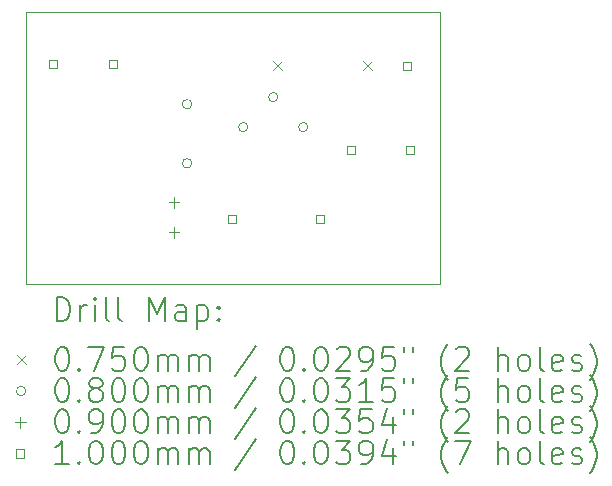
<source format=gbr>
%TF.GenerationSoftware,KiCad,Pcbnew,7.0.9*%
%TF.CreationDate,2023-11-29T13:30:09+01:00*%
%TF.ProjectId,Wzmacniacz r__nicowy do PW3015 ver.3,577a6d61-636e-4696-9163-7a2072f37c6e,rev?*%
%TF.SameCoordinates,Original*%
%TF.FileFunction,Drillmap*%
%TF.FilePolarity,Positive*%
%FSLAX45Y45*%
G04 Gerber Fmt 4.5, Leading zero omitted, Abs format (unit mm)*
G04 Created by KiCad (PCBNEW 7.0.9) date 2023-11-29 13:30:09*
%MOMM*%
%LPD*%
G01*
G04 APERTURE LIST*
%ADD10C,0.100000*%
%ADD11C,0.200000*%
G04 APERTURE END LIST*
D10*
X16400000Y-9000000D02*
X19900000Y-9000000D01*
X19900000Y-11300000D01*
X16400000Y-11300000D01*
X16400000Y-9000000D01*
D11*
D10*
X18491000Y-9412500D02*
X18566000Y-9487500D01*
X18566000Y-9412500D02*
X18491000Y-9487500D01*
X19253000Y-9412500D02*
X19328000Y-9487500D01*
X19328000Y-9412500D02*
X19253000Y-9487500D01*
X17800000Y-9780000D02*
G75*
G03*
X17800000Y-9780000I-40000J0D01*
G01*
X17800000Y-10280000D02*
G75*
G03*
X17800000Y-10280000I-40000J0D01*
G01*
X18276000Y-9974000D02*
G75*
G03*
X18276000Y-9974000I-40000J0D01*
G01*
X18530000Y-9720000D02*
G75*
G03*
X18530000Y-9720000I-40000J0D01*
G01*
X18784000Y-9974000D02*
G75*
G03*
X18784000Y-9974000I-40000J0D01*
G01*
X17650000Y-10565000D02*
X17650000Y-10655000D01*
X17605000Y-10610000D02*
X17695000Y-10610000D01*
X17650000Y-10819000D02*
X17650000Y-10909000D01*
X17605000Y-10864000D02*
X17695000Y-10864000D01*
X16662856Y-9472856D02*
X16662856Y-9402144D01*
X16592144Y-9402144D01*
X16592144Y-9472856D01*
X16662856Y-9472856D01*
X17170856Y-9472856D02*
X17170856Y-9402144D01*
X17100144Y-9402144D01*
X17100144Y-9472856D01*
X17170856Y-9472856D01*
X18173588Y-10785356D02*
X18173588Y-10714644D01*
X18102877Y-10714644D01*
X18102877Y-10785356D01*
X18173588Y-10785356D01*
X18923588Y-10785356D02*
X18923588Y-10714644D01*
X18852877Y-10714644D01*
X18852877Y-10785356D01*
X18923588Y-10785356D01*
X19185356Y-10205356D02*
X19185356Y-10134644D01*
X19114644Y-10134644D01*
X19114644Y-10205356D01*
X19185356Y-10205356D01*
X19655356Y-9492856D02*
X19655356Y-9422144D01*
X19584644Y-9422144D01*
X19584644Y-9492856D01*
X19655356Y-9492856D01*
X19685356Y-10205356D02*
X19685356Y-10134644D01*
X19614644Y-10134644D01*
X19614644Y-10205356D01*
X19685356Y-10205356D01*
D11*
X16655777Y-11616484D02*
X16655777Y-11416484D01*
X16655777Y-11416484D02*
X16703396Y-11416484D01*
X16703396Y-11416484D02*
X16731967Y-11426008D01*
X16731967Y-11426008D02*
X16751015Y-11445055D01*
X16751015Y-11445055D02*
X16760539Y-11464103D01*
X16760539Y-11464103D02*
X16770062Y-11502198D01*
X16770062Y-11502198D02*
X16770062Y-11530769D01*
X16770062Y-11530769D02*
X16760539Y-11568865D01*
X16760539Y-11568865D02*
X16751015Y-11587912D01*
X16751015Y-11587912D02*
X16731967Y-11606960D01*
X16731967Y-11606960D02*
X16703396Y-11616484D01*
X16703396Y-11616484D02*
X16655777Y-11616484D01*
X16855777Y-11616484D02*
X16855777Y-11483150D01*
X16855777Y-11521246D02*
X16865301Y-11502198D01*
X16865301Y-11502198D02*
X16874824Y-11492674D01*
X16874824Y-11492674D02*
X16893872Y-11483150D01*
X16893872Y-11483150D02*
X16912920Y-11483150D01*
X16979586Y-11616484D02*
X16979586Y-11483150D01*
X16979586Y-11416484D02*
X16970063Y-11426008D01*
X16970063Y-11426008D02*
X16979586Y-11435531D01*
X16979586Y-11435531D02*
X16989110Y-11426008D01*
X16989110Y-11426008D02*
X16979586Y-11416484D01*
X16979586Y-11416484D02*
X16979586Y-11435531D01*
X17103396Y-11616484D02*
X17084348Y-11606960D01*
X17084348Y-11606960D02*
X17074824Y-11587912D01*
X17074824Y-11587912D02*
X17074824Y-11416484D01*
X17208158Y-11616484D02*
X17189110Y-11606960D01*
X17189110Y-11606960D02*
X17179586Y-11587912D01*
X17179586Y-11587912D02*
X17179586Y-11416484D01*
X17436729Y-11616484D02*
X17436729Y-11416484D01*
X17436729Y-11416484D02*
X17503396Y-11559341D01*
X17503396Y-11559341D02*
X17570063Y-11416484D01*
X17570063Y-11416484D02*
X17570063Y-11616484D01*
X17751015Y-11616484D02*
X17751015Y-11511722D01*
X17751015Y-11511722D02*
X17741491Y-11492674D01*
X17741491Y-11492674D02*
X17722444Y-11483150D01*
X17722444Y-11483150D02*
X17684348Y-11483150D01*
X17684348Y-11483150D02*
X17665301Y-11492674D01*
X17751015Y-11606960D02*
X17731967Y-11616484D01*
X17731967Y-11616484D02*
X17684348Y-11616484D01*
X17684348Y-11616484D02*
X17665301Y-11606960D01*
X17665301Y-11606960D02*
X17655777Y-11587912D01*
X17655777Y-11587912D02*
X17655777Y-11568865D01*
X17655777Y-11568865D02*
X17665301Y-11549817D01*
X17665301Y-11549817D02*
X17684348Y-11540293D01*
X17684348Y-11540293D02*
X17731967Y-11540293D01*
X17731967Y-11540293D02*
X17751015Y-11530769D01*
X17846253Y-11483150D02*
X17846253Y-11683150D01*
X17846253Y-11492674D02*
X17865301Y-11483150D01*
X17865301Y-11483150D02*
X17903396Y-11483150D01*
X17903396Y-11483150D02*
X17922444Y-11492674D01*
X17922444Y-11492674D02*
X17931967Y-11502198D01*
X17931967Y-11502198D02*
X17941491Y-11521246D01*
X17941491Y-11521246D02*
X17941491Y-11578388D01*
X17941491Y-11578388D02*
X17931967Y-11597436D01*
X17931967Y-11597436D02*
X17922444Y-11606960D01*
X17922444Y-11606960D02*
X17903396Y-11616484D01*
X17903396Y-11616484D02*
X17865301Y-11616484D01*
X17865301Y-11616484D02*
X17846253Y-11606960D01*
X18027205Y-11597436D02*
X18036729Y-11606960D01*
X18036729Y-11606960D02*
X18027205Y-11616484D01*
X18027205Y-11616484D02*
X18017682Y-11606960D01*
X18017682Y-11606960D02*
X18027205Y-11597436D01*
X18027205Y-11597436D02*
X18027205Y-11616484D01*
X18027205Y-11492674D02*
X18036729Y-11502198D01*
X18036729Y-11502198D02*
X18027205Y-11511722D01*
X18027205Y-11511722D02*
X18017682Y-11502198D01*
X18017682Y-11502198D02*
X18027205Y-11492674D01*
X18027205Y-11492674D02*
X18027205Y-11511722D01*
D10*
X16320000Y-11907500D02*
X16395000Y-11982500D01*
X16395000Y-11907500D02*
X16320000Y-11982500D01*
D11*
X16693872Y-11836484D02*
X16712920Y-11836484D01*
X16712920Y-11836484D02*
X16731967Y-11846008D01*
X16731967Y-11846008D02*
X16741491Y-11855531D01*
X16741491Y-11855531D02*
X16751015Y-11874579D01*
X16751015Y-11874579D02*
X16760539Y-11912674D01*
X16760539Y-11912674D02*
X16760539Y-11960293D01*
X16760539Y-11960293D02*
X16751015Y-11998388D01*
X16751015Y-11998388D02*
X16741491Y-12017436D01*
X16741491Y-12017436D02*
X16731967Y-12026960D01*
X16731967Y-12026960D02*
X16712920Y-12036484D01*
X16712920Y-12036484D02*
X16693872Y-12036484D01*
X16693872Y-12036484D02*
X16674824Y-12026960D01*
X16674824Y-12026960D02*
X16665301Y-12017436D01*
X16665301Y-12017436D02*
X16655777Y-11998388D01*
X16655777Y-11998388D02*
X16646253Y-11960293D01*
X16646253Y-11960293D02*
X16646253Y-11912674D01*
X16646253Y-11912674D02*
X16655777Y-11874579D01*
X16655777Y-11874579D02*
X16665301Y-11855531D01*
X16665301Y-11855531D02*
X16674824Y-11846008D01*
X16674824Y-11846008D02*
X16693872Y-11836484D01*
X16846253Y-12017436D02*
X16855777Y-12026960D01*
X16855777Y-12026960D02*
X16846253Y-12036484D01*
X16846253Y-12036484D02*
X16836729Y-12026960D01*
X16836729Y-12026960D02*
X16846253Y-12017436D01*
X16846253Y-12017436D02*
X16846253Y-12036484D01*
X16922444Y-11836484D02*
X17055777Y-11836484D01*
X17055777Y-11836484D02*
X16970063Y-12036484D01*
X17227205Y-11836484D02*
X17131967Y-11836484D01*
X17131967Y-11836484D02*
X17122444Y-11931722D01*
X17122444Y-11931722D02*
X17131967Y-11922198D01*
X17131967Y-11922198D02*
X17151015Y-11912674D01*
X17151015Y-11912674D02*
X17198634Y-11912674D01*
X17198634Y-11912674D02*
X17217682Y-11922198D01*
X17217682Y-11922198D02*
X17227205Y-11931722D01*
X17227205Y-11931722D02*
X17236729Y-11950769D01*
X17236729Y-11950769D02*
X17236729Y-11998388D01*
X17236729Y-11998388D02*
X17227205Y-12017436D01*
X17227205Y-12017436D02*
X17217682Y-12026960D01*
X17217682Y-12026960D02*
X17198634Y-12036484D01*
X17198634Y-12036484D02*
X17151015Y-12036484D01*
X17151015Y-12036484D02*
X17131967Y-12026960D01*
X17131967Y-12026960D02*
X17122444Y-12017436D01*
X17360539Y-11836484D02*
X17379586Y-11836484D01*
X17379586Y-11836484D02*
X17398634Y-11846008D01*
X17398634Y-11846008D02*
X17408158Y-11855531D01*
X17408158Y-11855531D02*
X17417682Y-11874579D01*
X17417682Y-11874579D02*
X17427205Y-11912674D01*
X17427205Y-11912674D02*
X17427205Y-11960293D01*
X17427205Y-11960293D02*
X17417682Y-11998388D01*
X17417682Y-11998388D02*
X17408158Y-12017436D01*
X17408158Y-12017436D02*
X17398634Y-12026960D01*
X17398634Y-12026960D02*
X17379586Y-12036484D01*
X17379586Y-12036484D02*
X17360539Y-12036484D01*
X17360539Y-12036484D02*
X17341491Y-12026960D01*
X17341491Y-12026960D02*
X17331967Y-12017436D01*
X17331967Y-12017436D02*
X17322444Y-11998388D01*
X17322444Y-11998388D02*
X17312920Y-11960293D01*
X17312920Y-11960293D02*
X17312920Y-11912674D01*
X17312920Y-11912674D02*
X17322444Y-11874579D01*
X17322444Y-11874579D02*
X17331967Y-11855531D01*
X17331967Y-11855531D02*
X17341491Y-11846008D01*
X17341491Y-11846008D02*
X17360539Y-11836484D01*
X17512920Y-12036484D02*
X17512920Y-11903150D01*
X17512920Y-11922198D02*
X17522444Y-11912674D01*
X17522444Y-11912674D02*
X17541491Y-11903150D01*
X17541491Y-11903150D02*
X17570063Y-11903150D01*
X17570063Y-11903150D02*
X17589110Y-11912674D01*
X17589110Y-11912674D02*
X17598634Y-11931722D01*
X17598634Y-11931722D02*
X17598634Y-12036484D01*
X17598634Y-11931722D02*
X17608158Y-11912674D01*
X17608158Y-11912674D02*
X17627205Y-11903150D01*
X17627205Y-11903150D02*
X17655777Y-11903150D01*
X17655777Y-11903150D02*
X17674825Y-11912674D01*
X17674825Y-11912674D02*
X17684348Y-11931722D01*
X17684348Y-11931722D02*
X17684348Y-12036484D01*
X17779586Y-12036484D02*
X17779586Y-11903150D01*
X17779586Y-11922198D02*
X17789110Y-11912674D01*
X17789110Y-11912674D02*
X17808158Y-11903150D01*
X17808158Y-11903150D02*
X17836729Y-11903150D01*
X17836729Y-11903150D02*
X17855777Y-11912674D01*
X17855777Y-11912674D02*
X17865301Y-11931722D01*
X17865301Y-11931722D02*
X17865301Y-12036484D01*
X17865301Y-11931722D02*
X17874825Y-11912674D01*
X17874825Y-11912674D02*
X17893872Y-11903150D01*
X17893872Y-11903150D02*
X17922444Y-11903150D01*
X17922444Y-11903150D02*
X17941491Y-11912674D01*
X17941491Y-11912674D02*
X17951015Y-11931722D01*
X17951015Y-11931722D02*
X17951015Y-12036484D01*
X18341491Y-11826960D02*
X18170063Y-12084103D01*
X18598634Y-11836484D02*
X18617682Y-11836484D01*
X18617682Y-11836484D02*
X18636729Y-11846008D01*
X18636729Y-11846008D02*
X18646253Y-11855531D01*
X18646253Y-11855531D02*
X18655777Y-11874579D01*
X18655777Y-11874579D02*
X18665301Y-11912674D01*
X18665301Y-11912674D02*
X18665301Y-11960293D01*
X18665301Y-11960293D02*
X18655777Y-11998388D01*
X18655777Y-11998388D02*
X18646253Y-12017436D01*
X18646253Y-12017436D02*
X18636729Y-12026960D01*
X18636729Y-12026960D02*
X18617682Y-12036484D01*
X18617682Y-12036484D02*
X18598634Y-12036484D01*
X18598634Y-12036484D02*
X18579587Y-12026960D01*
X18579587Y-12026960D02*
X18570063Y-12017436D01*
X18570063Y-12017436D02*
X18560539Y-11998388D01*
X18560539Y-11998388D02*
X18551015Y-11960293D01*
X18551015Y-11960293D02*
X18551015Y-11912674D01*
X18551015Y-11912674D02*
X18560539Y-11874579D01*
X18560539Y-11874579D02*
X18570063Y-11855531D01*
X18570063Y-11855531D02*
X18579587Y-11846008D01*
X18579587Y-11846008D02*
X18598634Y-11836484D01*
X18751015Y-12017436D02*
X18760539Y-12026960D01*
X18760539Y-12026960D02*
X18751015Y-12036484D01*
X18751015Y-12036484D02*
X18741491Y-12026960D01*
X18741491Y-12026960D02*
X18751015Y-12017436D01*
X18751015Y-12017436D02*
X18751015Y-12036484D01*
X18884348Y-11836484D02*
X18903396Y-11836484D01*
X18903396Y-11836484D02*
X18922444Y-11846008D01*
X18922444Y-11846008D02*
X18931968Y-11855531D01*
X18931968Y-11855531D02*
X18941491Y-11874579D01*
X18941491Y-11874579D02*
X18951015Y-11912674D01*
X18951015Y-11912674D02*
X18951015Y-11960293D01*
X18951015Y-11960293D02*
X18941491Y-11998388D01*
X18941491Y-11998388D02*
X18931968Y-12017436D01*
X18931968Y-12017436D02*
X18922444Y-12026960D01*
X18922444Y-12026960D02*
X18903396Y-12036484D01*
X18903396Y-12036484D02*
X18884348Y-12036484D01*
X18884348Y-12036484D02*
X18865301Y-12026960D01*
X18865301Y-12026960D02*
X18855777Y-12017436D01*
X18855777Y-12017436D02*
X18846253Y-11998388D01*
X18846253Y-11998388D02*
X18836729Y-11960293D01*
X18836729Y-11960293D02*
X18836729Y-11912674D01*
X18836729Y-11912674D02*
X18846253Y-11874579D01*
X18846253Y-11874579D02*
X18855777Y-11855531D01*
X18855777Y-11855531D02*
X18865301Y-11846008D01*
X18865301Y-11846008D02*
X18884348Y-11836484D01*
X19027206Y-11855531D02*
X19036729Y-11846008D01*
X19036729Y-11846008D02*
X19055777Y-11836484D01*
X19055777Y-11836484D02*
X19103396Y-11836484D01*
X19103396Y-11836484D02*
X19122444Y-11846008D01*
X19122444Y-11846008D02*
X19131968Y-11855531D01*
X19131968Y-11855531D02*
X19141491Y-11874579D01*
X19141491Y-11874579D02*
X19141491Y-11893627D01*
X19141491Y-11893627D02*
X19131968Y-11922198D01*
X19131968Y-11922198D02*
X19017682Y-12036484D01*
X19017682Y-12036484D02*
X19141491Y-12036484D01*
X19236729Y-12036484D02*
X19274825Y-12036484D01*
X19274825Y-12036484D02*
X19293872Y-12026960D01*
X19293872Y-12026960D02*
X19303396Y-12017436D01*
X19303396Y-12017436D02*
X19322444Y-11988865D01*
X19322444Y-11988865D02*
X19331968Y-11950769D01*
X19331968Y-11950769D02*
X19331968Y-11874579D01*
X19331968Y-11874579D02*
X19322444Y-11855531D01*
X19322444Y-11855531D02*
X19312920Y-11846008D01*
X19312920Y-11846008D02*
X19293872Y-11836484D01*
X19293872Y-11836484D02*
X19255777Y-11836484D01*
X19255777Y-11836484D02*
X19236729Y-11846008D01*
X19236729Y-11846008D02*
X19227206Y-11855531D01*
X19227206Y-11855531D02*
X19217682Y-11874579D01*
X19217682Y-11874579D02*
X19217682Y-11922198D01*
X19217682Y-11922198D02*
X19227206Y-11941246D01*
X19227206Y-11941246D02*
X19236729Y-11950769D01*
X19236729Y-11950769D02*
X19255777Y-11960293D01*
X19255777Y-11960293D02*
X19293872Y-11960293D01*
X19293872Y-11960293D02*
X19312920Y-11950769D01*
X19312920Y-11950769D02*
X19322444Y-11941246D01*
X19322444Y-11941246D02*
X19331968Y-11922198D01*
X19512920Y-11836484D02*
X19417682Y-11836484D01*
X19417682Y-11836484D02*
X19408158Y-11931722D01*
X19408158Y-11931722D02*
X19417682Y-11922198D01*
X19417682Y-11922198D02*
X19436729Y-11912674D01*
X19436729Y-11912674D02*
X19484349Y-11912674D01*
X19484349Y-11912674D02*
X19503396Y-11922198D01*
X19503396Y-11922198D02*
X19512920Y-11931722D01*
X19512920Y-11931722D02*
X19522444Y-11950769D01*
X19522444Y-11950769D02*
X19522444Y-11998388D01*
X19522444Y-11998388D02*
X19512920Y-12017436D01*
X19512920Y-12017436D02*
X19503396Y-12026960D01*
X19503396Y-12026960D02*
X19484349Y-12036484D01*
X19484349Y-12036484D02*
X19436729Y-12036484D01*
X19436729Y-12036484D02*
X19417682Y-12026960D01*
X19417682Y-12026960D02*
X19408158Y-12017436D01*
X19598634Y-11836484D02*
X19598634Y-11874579D01*
X19674825Y-11836484D02*
X19674825Y-11874579D01*
X19970063Y-12112674D02*
X19960539Y-12103150D01*
X19960539Y-12103150D02*
X19941491Y-12074579D01*
X19941491Y-12074579D02*
X19931968Y-12055531D01*
X19931968Y-12055531D02*
X19922444Y-12026960D01*
X19922444Y-12026960D02*
X19912920Y-11979341D01*
X19912920Y-11979341D02*
X19912920Y-11941246D01*
X19912920Y-11941246D02*
X19922444Y-11893627D01*
X19922444Y-11893627D02*
X19931968Y-11865055D01*
X19931968Y-11865055D02*
X19941491Y-11846008D01*
X19941491Y-11846008D02*
X19960539Y-11817436D01*
X19960539Y-11817436D02*
X19970063Y-11807912D01*
X20036730Y-11855531D02*
X20046253Y-11846008D01*
X20046253Y-11846008D02*
X20065301Y-11836484D01*
X20065301Y-11836484D02*
X20112920Y-11836484D01*
X20112920Y-11836484D02*
X20131968Y-11846008D01*
X20131968Y-11846008D02*
X20141491Y-11855531D01*
X20141491Y-11855531D02*
X20151015Y-11874579D01*
X20151015Y-11874579D02*
X20151015Y-11893627D01*
X20151015Y-11893627D02*
X20141491Y-11922198D01*
X20141491Y-11922198D02*
X20027206Y-12036484D01*
X20027206Y-12036484D02*
X20151015Y-12036484D01*
X20389111Y-12036484D02*
X20389111Y-11836484D01*
X20474825Y-12036484D02*
X20474825Y-11931722D01*
X20474825Y-11931722D02*
X20465301Y-11912674D01*
X20465301Y-11912674D02*
X20446253Y-11903150D01*
X20446253Y-11903150D02*
X20417682Y-11903150D01*
X20417682Y-11903150D02*
X20398634Y-11912674D01*
X20398634Y-11912674D02*
X20389111Y-11922198D01*
X20598634Y-12036484D02*
X20579587Y-12026960D01*
X20579587Y-12026960D02*
X20570063Y-12017436D01*
X20570063Y-12017436D02*
X20560539Y-11998388D01*
X20560539Y-11998388D02*
X20560539Y-11941246D01*
X20560539Y-11941246D02*
X20570063Y-11922198D01*
X20570063Y-11922198D02*
X20579587Y-11912674D01*
X20579587Y-11912674D02*
X20598634Y-11903150D01*
X20598634Y-11903150D02*
X20627206Y-11903150D01*
X20627206Y-11903150D02*
X20646253Y-11912674D01*
X20646253Y-11912674D02*
X20655777Y-11922198D01*
X20655777Y-11922198D02*
X20665301Y-11941246D01*
X20665301Y-11941246D02*
X20665301Y-11998388D01*
X20665301Y-11998388D02*
X20655777Y-12017436D01*
X20655777Y-12017436D02*
X20646253Y-12026960D01*
X20646253Y-12026960D02*
X20627206Y-12036484D01*
X20627206Y-12036484D02*
X20598634Y-12036484D01*
X20779587Y-12036484D02*
X20760539Y-12026960D01*
X20760539Y-12026960D02*
X20751015Y-12007912D01*
X20751015Y-12007912D02*
X20751015Y-11836484D01*
X20931968Y-12026960D02*
X20912920Y-12036484D01*
X20912920Y-12036484D02*
X20874825Y-12036484D01*
X20874825Y-12036484D02*
X20855777Y-12026960D01*
X20855777Y-12026960D02*
X20846253Y-12007912D01*
X20846253Y-12007912D02*
X20846253Y-11931722D01*
X20846253Y-11931722D02*
X20855777Y-11912674D01*
X20855777Y-11912674D02*
X20874825Y-11903150D01*
X20874825Y-11903150D02*
X20912920Y-11903150D01*
X20912920Y-11903150D02*
X20931968Y-11912674D01*
X20931968Y-11912674D02*
X20941492Y-11931722D01*
X20941492Y-11931722D02*
X20941492Y-11950769D01*
X20941492Y-11950769D02*
X20846253Y-11969817D01*
X21017682Y-12026960D02*
X21036730Y-12036484D01*
X21036730Y-12036484D02*
X21074825Y-12036484D01*
X21074825Y-12036484D02*
X21093873Y-12026960D01*
X21093873Y-12026960D02*
X21103396Y-12007912D01*
X21103396Y-12007912D02*
X21103396Y-11998388D01*
X21103396Y-11998388D02*
X21093873Y-11979341D01*
X21093873Y-11979341D02*
X21074825Y-11969817D01*
X21074825Y-11969817D02*
X21046253Y-11969817D01*
X21046253Y-11969817D02*
X21027206Y-11960293D01*
X21027206Y-11960293D02*
X21017682Y-11941246D01*
X21017682Y-11941246D02*
X21017682Y-11931722D01*
X21017682Y-11931722D02*
X21027206Y-11912674D01*
X21027206Y-11912674D02*
X21046253Y-11903150D01*
X21046253Y-11903150D02*
X21074825Y-11903150D01*
X21074825Y-11903150D02*
X21093873Y-11912674D01*
X21170063Y-12112674D02*
X21179587Y-12103150D01*
X21179587Y-12103150D02*
X21198634Y-12074579D01*
X21198634Y-12074579D02*
X21208158Y-12055531D01*
X21208158Y-12055531D02*
X21217682Y-12026960D01*
X21217682Y-12026960D02*
X21227206Y-11979341D01*
X21227206Y-11979341D02*
X21227206Y-11941246D01*
X21227206Y-11941246D02*
X21217682Y-11893627D01*
X21217682Y-11893627D02*
X21208158Y-11865055D01*
X21208158Y-11865055D02*
X21198634Y-11846008D01*
X21198634Y-11846008D02*
X21179587Y-11817436D01*
X21179587Y-11817436D02*
X21170063Y-11807912D01*
D10*
X16395000Y-12209000D02*
G75*
G03*
X16395000Y-12209000I-40000J0D01*
G01*
D11*
X16693872Y-12100484D02*
X16712920Y-12100484D01*
X16712920Y-12100484D02*
X16731967Y-12110008D01*
X16731967Y-12110008D02*
X16741491Y-12119531D01*
X16741491Y-12119531D02*
X16751015Y-12138579D01*
X16751015Y-12138579D02*
X16760539Y-12176674D01*
X16760539Y-12176674D02*
X16760539Y-12224293D01*
X16760539Y-12224293D02*
X16751015Y-12262388D01*
X16751015Y-12262388D02*
X16741491Y-12281436D01*
X16741491Y-12281436D02*
X16731967Y-12290960D01*
X16731967Y-12290960D02*
X16712920Y-12300484D01*
X16712920Y-12300484D02*
X16693872Y-12300484D01*
X16693872Y-12300484D02*
X16674824Y-12290960D01*
X16674824Y-12290960D02*
X16665301Y-12281436D01*
X16665301Y-12281436D02*
X16655777Y-12262388D01*
X16655777Y-12262388D02*
X16646253Y-12224293D01*
X16646253Y-12224293D02*
X16646253Y-12176674D01*
X16646253Y-12176674D02*
X16655777Y-12138579D01*
X16655777Y-12138579D02*
X16665301Y-12119531D01*
X16665301Y-12119531D02*
X16674824Y-12110008D01*
X16674824Y-12110008D02*
X16693872Y-12100484D01*
X16846253Y-12281436D02*
X16855777Y-12290960D01*
X16855777Y-12290960D02*
X16846253Y-12300484D01*
X16846253Y-12300484D02*
X16836729Y-12290960D01*
X16836729Y-12290960D02*
X16846253Y-12281436D01*
X16846253Y-12281436D02*
X16846253Y-12300484D01*
X16970063Y-12186198D02*
X16951015Y-12176674D01*
X16951015Y-12176674D02*
X16941491Y-12167150D01*
X16941491Y-12167150D02*
X16931967Y-12148103D01*
X16931967Y-12148103D02*
X16931967Y-12138579D01*
X16931967Y-12138579D02*
X16941491Y-12119531D01*
X16941491Y-12119531D02*
X16951015Y-12110008D01*
X16951015Y-12110008D02*
X16970063Y-12100484D01*
X16970063Y-12100484D02*
X17008158Y-12100484D01*
X17008158Y-12100484D02*
X17027205Y-12110008D01*
X17027205Y-12110008D02*
X17036729Y-12119531D01*
X17036729Y-12119531D02*
X17046253Y-12138579D01*
X17046253Y-12138579D02*
X17046253Y-12148103D01*
X17046253Y-12148103D02*
X17036729Y-12167150D01*
X17036729Y-12167150D02*
X17027205Y-12176674D01*
X17027205Y-12176674D02*
X17008158Y-12186198D01*
X17008158Y-12186198D02*
X16970063Y-12186198D01*
X16970063Y-12186198D02*
X16951015Y-12195722D01*
X16951015Y-12195722D02*
X16941491Y-12205246D01*
X16941491Y-12205246D02*
X16931967Y-12224293D01*
X16931967Y-12224293D02*
X16931967Y-12262388D01*
X16931967Y-12262388D02*
X16941491Y-12281436D01*
X16941491Y-12281436D02*
X16951015Y-12290960D01*
X16951015Y-12290960D02*
X16970063Y-12300484D01*
X16970063Y-12300484D02*
X17008158Y-12300484D01*
X17008158Y-12300484D02*
X17027205Y-12290960D01*
X17027205Y-12290960D02*
X17036729Y-12281436D01*
X17036729Y-12281436D02*
X17046253Y-12262388D01*
X17046253Y-12262388D02*
X17046253Y-12224293D01*
X17046253Y-12224293D02*
X17036729Y-12205246D01*
X17036729Y-12205246D02*
X17027205Y-12195722D01*
X17027205Y-12195722D02*
X17008158Y-12186198D01*
X17170063Y-12100484D02*
X17189110Y-12100484D01*
X17189110Y-12100484D02*
X17208158Y-12110008D01*
X17208158Y-12110008D02*
X17217682Y-12119531D01*
X17217682Y-12119531D02*
X17227205Y-12138579D01*
X17227205Y-12138579D02*
X17236729Y-12176674D01*
X17236729Y-12176674D02*
X17236729Y-12224293D01*
X17236729Y-12224293D02*
X17227205Y-12262388D01*
X17227205Y-12262388D02*
X17217682Y-12281436D01*
X17217682Y-12281436D02*
X17208158Y-12290960D01*
X17208158Y-12290960D02*
X17189110Y-12300484D01*
X17189110Y-12300484D02*
X17170063Y-12300484D01*
X17170063Y-12300484D02*
X17151015Y-12290960D01*
X17151015Y-12290960D02*
X17141491Y-12281436D01*
X17141491Y-12281436D02*
X17131967Y-12262388D01*
X17131967Y-12262388D02*
X17122444Y-12224293D01*
X17122444Y-12224293D02*
X17122444Y-12176674D01*
X17122444Y-12176674D02*
X17131967Y-12138579D01*
X17131967Y-12138579D02*
X17141491Y-12119531D01*
X17141491Y-12119531D02*
X17151015Y-12110008D01*
X17151015Y-12110008D02*
X17170063Y-12100484D01*
X17360539Y-12100484D02*
X17379586Y-12100484D01*
X17379586Y-12100484D02*
X17398634Y-12110008D01*
X17398634Y-12110008D02*
X17408158Y-12119531D01*
X17408158Y-12119531D02*
X17417682Y-12138579D01*
X17417682Y-12138579D02*
X17427205Y-12176674D01*
X17427205Y-12176674D02*
X17427205Y-12224293D01*
X17427205Y-12224293D02*
X17417682Y-12262388D01*
X17417682Y-12262388D02*
X17408158Y-12281436D01*
X17408158Y-12281436D02*
X17398634Y-12290960D01*
X17398634Y-12290960D02*
X17379586Y-12300484D01*
X17379586Y-12300484D02*
X17360539Y-12300484D01*
X17360539Y-12300484D02*
X17341491Y-12290960D01*
X17341491Y-12290960D02*
X17331967Y-12281436D01*
X17331967Y-12281436D02*
X17322444Y-12262388D01*
X17322444Y-12262388D02*
X17312920Y-12224293D01*
X17312920Y-12224293D02*
X17312920Y-12176674D01*
X17312920Y-12176674D02*
X17322444Y-12138579D01*
X17322444Y-12138579D02*
X17331967Y-12119531D01*
X17331967Y-12119531D02*
X17341491Y-12110008D01*
X17341491Y-12110008D02*
X17360539Y-12100484D01*
X17512920Y-12300484D02*
X17512920Y-12167150D01*
X17512920Y-12186198D02*
X17522444Y-12176674D01*
X17522444Y-12176674D02*
X17541491Y-12167150D01*
X17541491Y-12167150D02*
X17570063Y-12167150D01*
X17570063Y-12167150D02*
X17589110Y-12176674D01*
X17589110Y-12176674D02*
X17598634Y-12195722D01*
X17598634Y-12195722D02*
X17598634Y-12300484D01*
X17598634Y-12195722D02*
X17608158Y-12176674D01*
X17608158Y-12176674D02*
X17627205Y-12167150D01*
X17627205Y-12167150D02*
X17655777Y-12167150D01*
X17655777Y-12167150D02*
X17674825Y-12176674D01*
X17674825Y-12176674D02*
X17684348Y-12195722D01*
X17684348Y-12195722D02*
X17684348Y-12300484D01*
X17779586Y-12300484D02*
X17779586Y-12167150D01*
X17779586Y-12186198D02*
X17789110Y-12176674D01*
X17789110Y-12176674D02*
X17808158Y-12167150D01*
X17808158Y-12167150D02*
X17836729Y-12167150D01*
X17836729Y-12167150D02*
X17855777Y-12176674D01*
X17855777Y-12176674D02*
X17865301Y-12195722D01*
X17865301Y-12195722D02*
X17865301Y-12300484D01*
X17865301Y-12195722D02*
X17874825Y-12176674D01*
X17874825Y-12176674D02*
X17893872Y-12167150D01*
X17893872Y-12167150D02*
X17922444Y-12167150D01*
X17922444Y-12167150D02*
X17941491Y-12176674D01*
X17941491Y-12176674D02*
X17951015Y-12195722D01*
X17951015Y-12195722D02*
X17951015Y-12300484D01*
X18341491Y-12090960D02*
X18170063Y-12348103D01*
X18598634Y-12100484D02*
X18617682Y-12100484D01*
X18617682Y-12100484D02*
X18636729Y-12110008D01*
X18636729Y-12110008D02*
X18646253Y-12119531D01*
X18646253Y-12119531D02*
X18655777Y-12138579D01*
X18655777Y-12138579D02*
X18665301Y-12176674D01*
X18665301Y-12176674D02*
X18665301Y-12224293D01*
X18665301Y-12224293D02*
X18655777Y-12262388D01*
X18655777Y-12262388D02*
X18646253Y-12281436D01*
X18646253Y-12281436D02*
X18636729Y-12290960D01*
X18636729Y-12290960D02*
X18617682Y-12300484D01*
X18617682Y-12300484D02*
X18598634Y-12300484D01*
X18598634Y-12300484D02*
X18579587Y-12290960D01*
X18579587Y-12290960D02*
X18570063Y-12281436D01*
X18570063Y-12281436D02*
X18560539Y-12262388D01*
X18560539Y-12262388D02*
X18551015Y-12224293D01*
X18551015Y-12224293D02*
X18551015Y-12176674D01*
X18551015Y-12176674D02*
X18560539Y-12138579D01*
X18560539Y-12138579D02*
X18570063Y-12119531D01*
X18570063Y-12119531D02*
X18579587Y-12110008D01*
X18579587Y-12110008D02*
X18598634Y-12100484D01*
X18751015Y-12281436D02*
X18760539Y-12290960D01*
X18760539Y-12290960D02*
X18751015Y-12300484D01*
X18751015Y-12300484D02*
X18741491Y-12290960D01*
X18741491Y-12290960D02*
X18751015Y-12281436D01*
X18751015Y-12281436D02*
X18751015Y-12300484D01*
X18884348Y-12100484D02*
X18903396Y-12100484D01*
X18903396Y-12100484D02*
X18922444Y-12110008D01*
X18922444Y-12110008D02*
X18931968Y-12119531D01*
X18931968Y-12119531D02*
X18941491Y-12138579D01*
X18941491Y-12138579D02*
X18951015Y-12176674D01*
X18951015Y-12176674D02*
X18951015Y-12224293D01*
X18951015Y-12224293D02*
X18941491Y-12262388D01*
X18941491Y-12262388D02*
X18931968Y-12281436D01*
X18931968Y-12281436D02*
X18922444Y-12290960D01*
X18922444Y-12290960D02*
X18903396Y-12300484D01*
X18903396Y-12300484D02*
X18884348Y-12300484D01*
X18884348Y-12300484D02*
X18865301Y-12290960D01*
X18865301Y-12290960D02*
X18855777Y-12281436D01*
X18855777Y-12281436D02*
X18846253Y-12262388D01*
X18846253Y-12262388D02*
X18836729Y-12224293D01*
X18836729Y-12224293D02*
X18836729Y-12176674D01*
X18836729Y-12176674D02*
X18846253Y-12138579D01*
X18846253Y-12138579D02*
X18855777Y-12119531D01*
X18855777Y-12119531D02*
X18865301Y-12110008D01*
X18865301Y-12110008D02*
X18884348Y-12100484D01*
X19017682Y-12100484D02*
X19141491Y-12100484D01*
X19141491Y-12100484D02*
X19074825Y-12176674D01*
X19074825Y-12176674D02*
X19103396Y-12176674D01*
X19103396Y-12176674D02*
X19122444Y-12186198D01*
X19122444Y-12186198D02*
X19131968Y-12195722D01*
X19131968Y-12195722D02*
X19141491Y-12214769D01*
X19141491Y-12214769D02*
X19141491Y-12262388D01*
X19141491Y-12262388D02*
X19131968Y-12281436D01*
X19131968Y-12281436D02*
X19122444Y-12290960D01*
X19122444Y-12290960D02*
X19103396Y-12300484D01*
X19103396Y-12300484D02*
X19046253Y-12300484D01*
X19046253Y-12300484D02*
X19027206Y-12290960D01*
X19027206Y-12290960D02*
X19017682Y-12281436D01*
X19331968Y-12300484D02*
X19217682Y-12300484D01*
X19274825Y-12300484D02*
X19274825Y-12100484D01*
X19274825Y-12100484D02*
X19255777Y-12129055D01*
X19255777Y-12129055D02*
X19236729Y-12148103D01*
X19236729Y-12148103D02*
X19217682Y-12157627D01*
X19512920Y-12100484D02*
X19417682Y-12100484D01*
X19417682Y-12100484D02*
X19408158Y-12195722D01*
X19408158Y-12195722D02*
X19417682Y-12186198D01*
X19417682Y-12186198D02*
X19436729Y-12176674D01*
X19436729Y-12176674D02*
X19484349Y-12176674D01*
X19484349Y-12176674D02*
X19503396Y-12186198D01*
X19503396Y-12186198D02*
X19512920Y-12195722D01*
X19512920Y-12195722D02*
X19522444Y-12214769D01*
X19522444Y-12214769D02*
X19522444Y-12262388D01*
X19522444Y-12262388D02*
X19512920Y-12281436D01*
X19512920Y-12281436D02*
X19503396Y-12290960D01*
X19503396Y-12290960D02*
X19484349Y-12300484D01*
X19484349Y-12300484D02*
X19436729Y-12300484D01*
X19436729Y-12300484D02*
X19417682Y-12290960D01*
X19417682Y-12290960D02*
X19408158Y-12281436D01*
X19598634Y-12100484D02*
X19598634Y-12138579D01*
X19674825Y-12100484D02*
X19674825Y-12138579D01*
X19970063Y-12376674D02*
X19960539Y-12367150D01*
X19960539Y-12367150D02*
X19941491Y-12338579D01*
X19941491Y-12338579D02*
X19931968Y-12319531D01*
X19931968Y-12319531D02*
X19922444Y-12290960D01*
X19922444Y-12290960D02*
X19912920Y-12243341D01*
X19912920Y-12243341D02*
X19912920Y-12205246D01*
X19912920Y-12205246D02*
X19922444Y-12157627D01*
X19922444Y-12157627D02*
X19931968Y-12129055D01*
X19931968Y-12129055D02*
X19941491Y-12110008D01*
X19941491Y-12110008D02*
X19960539Y-12081436D01*
X19960539Y-12081436D02*
X19970063Y-12071912D01*
X20141491Y-12100484D02*
X20046253Y-12100484D01*
X20046253Y-12100484D02*
X20036730Y-12195722D01*
X20036730Y-12195722D02*
X20046253Y-12186198D01*
X20046253Y-12186198D02*
X20065301Y-12176674D01*
X20065301Y-12176674D02*
X20112920Y-12176674D01*
X20112920Y-12176674D02*
X20131968Y-12186198D01*
X20131968Y-12186198D02*
X20141491Y-12195722D01*
X20141491Y-12195722D02*
X20151015Y-12214769D01*
X20151015Y-12214769D02*
X20151015Y-12262388D01*
X20151015Y-12262388D02*
X20141491Y-12281436D01*
X20141491Y-12281436D02*
X20131968Y-12290960D01*
X20131968Y-12290960D02*
X20112920Y-12300484D01*
X20112920Y-12300484D02*
X20065301Y-12300484D01*
X20065301Y-12300484D02*
X20046253Y-12290960D01*
X20046253Y-12290960D02*
X20036730Y-12281436D01*
X20389111Y-12300484D02*
X20389111Y-12100484D01*
X20474825Y-12300484D02*
X20474825Y-12195722D01*
X20474825Y-12195722D02*
X20465301Y-12176674D01*
X20465301Y-12176674D02*
X20446253Y-12167150D01*
X20446253Y-12167150D02*
X20417682Y-12167150D01*
X20417682Y-12167150D02*
X20398634Y-12176674D01*
X20398634Y-12176674D02*
X20389111Y-12186198D01*
X20598634Y-12300484D02*
X20579587Y-12290960D01*
X20579587Y-12290960D02*
X20570063Y-12281436D01*
X20570063Y-12281436D02*
X20560539Y-12262388D01*
X20560539Y-12262388D02*
X20560539Y-12205246D01*
X20560539Y-12205246D02*
X20570063Y-12186198D01*
X20570063Y-12186198D02*
X20579587Y-12176674D01*
X20579587Y-12176674D02*
X20598634Y-12167150D01*
X20598634Y-12167150D02*
X20627206Y-12167150D01*
X20627206Y-12167150D02*
X20646253Y-12176674D01*
X20646253Y-12176674D02*
X20655777Y-12186198D01*
X20655777Y-12186198D02*
X20665301Y-12205246D01*
X20665301Y-12205246D02*
X20665301Y-12262388D01*
X20665301Y-12262388D02*
X20655777Y-12281436D01*
X20655777Y-12281436D02*
X20646253Y-12290960D01*
X20646253Y-12290960D02*
X20627206Y-12300484D01*
X20627206Y-12300484D02*
X20598634Y-12300484D01*
X20779587Y-12300484D02*
X20760539Y-12290960D01*
X20760539Y-12290960D02*
X20751015Y-12271912D01*
X20751015Y-12271912D02*
X20751015Y-12100484D01*
X20931968Y-12290960D02*
X20912920Y-12300484D01*
X20912920Y-12300484D02*
X20874825Y-12300484D01*
X20874825Y-12300484D02*
X20855777Y-12290960D01*
X20855777Y-12290960D02*
X20846253Y-12271912D01*
X20846253Y-12271912D02*
X20846253Y-12195722D01*
X20846253Y-12195722D02*
X20855777Y-12176674D01*
X20855777Y-12176674D02*
X20874825Y-12167150D01*
X20874825Y-12167150D02*
X20912920Y-12167150D01*
X20912920Y-12167150D02*
X20931968Y-12176674D01*
X20931968Y-12176674D02*
X20941492Y-12195722D01*
X20941492Y-12195722D02*
X20941492Y-12214769D01*
X20941492Y-12214769D02*
X20846253Y-12233817D01*
X21017682Y-12290960D02*
X21036730Y-12300484D01*
X21036730Y-12300484D02*
X21074825Y-12300484D01*
X21074825Y-12300484D02*
X21093873Y-12290960D01*
X21093873Y-12290960D02*
X21103396Y-12271912D01*
X21103396Y-12271912D02*
X21103396Y-12262388D01*
X21103396Y-12262388D02*
X21093873Y-12243341D01*
X21093873Y-12243341D02*
X21074825Y-12233817D01*
X21074825Y-12233817D02*
X21046253Y-12233817D01*
X21046253Y-12233817D02*
X21027206Y-12224293D01*
X21027206Y-12224293D02*
X21017682Y-12205246D01*
X21017682Y-12205246D02*
X21017682Y-12195722D01*
X21017682Y-12195722D02*
X21027206Y-12176674D01*
X21027206Y-12176674D02*
X21046253Y-12167150D01*
X21046253Y-12167150D02*
X21074825Y-12167150D01*
X21074825Y-12167150D02*
X21093873Y-12176674D01*
X21170063Y-12376674D02*
X21179587Y-12367150D01*
X21179587Y-12367150D02*
X21198634Y-12338579D01*
X21198634Y-12338579D02*
X21208158Y-12319531D01*
X21208158Y-12319531D02*
X21217682Y-12290960D01*
X21217682Y-12290960D02*
X21227206Y-12243341D01*
X21227206Y-12243341D02*
X21227206Y-12205246D01*
X21227206Y-12205246D02*
X21217682Y-12157627D01*
X21217682Y-12157627D02*
X21208158Y-12129055D01*
X21208158Y-12129055D02*
X21198634Y-12110008D01*
X21198634Y-12110008D02*
X21179587Y-12081436D01*
X21179587Y-12081436D02*
X21170063Y-12071912D01*
D10*
X16350000Y-12428000D02*
X16350000Y-12518000D01*
X16305000Y-12473000D02*
X16395000Y-12473000D01*
D11*
X16693872Y-12364484D02*
X16712920Y-12364484D01*
X16712920Y-12364484D02*
X16731967Y-12374008D01*
X16731967Y-12374008D02*
X16741491Y-12383531D01*
X16741491Y-12383531D02*
X16751015Y-12402579D01*
X16751015Y-12402579D02*
X16760539Y-12440674D01*
X16760539Y-12440674D02*
X16760539Y-12488293D01*
X16760539Y-12488293D02*
X16751015Y-12526388D01*
X16751015Y-12526388D02*
X16741491Y-12545436D01*
X16741491Y-12545436D02*
X16731967Y-12554960D01*
X16731967Y-12554960D02*
X16712920Y-12564484D01*
X16712920Y-12564484D02*
X16693872Y-12564484D01*
X16693872Y-12564484D02*
X16674824Y-12554960D01*
X16674824Y-12554960D02*
X16665301Y-12545436D01*
X16665301Y-12545436D02*
X16655777Y-12526388D01*
X16655777Y-12526388D02*
X16646253Y-12488293D01*
X16646253Y-12488293D02*
X16646253Y-12440674D01*
X16646253Y-12440674D02*
X16655777Y-12402579D01*
X16655777Y-12402579D02*
X16665301Y-12383531D01*
X16665301Y-12383531D02*
X16674824Y-12374008D01*
X16674824Y-12374008D02*
X16693872Y-12364484D01*
X16846253Y-12545436D02*
X16855777Y-12554960D01*
X16855777Y-12554960D02*
X16846253Y-12564484D01*
X16846253Y-12564484D02*
X16836729Y-12554960D01*
X16836729Y-12554960D02*
X16846253Y-12545436D01*
X16846253Y-12545436D02*
X16846253Y-12564484D01*
X16951015Y-12564484D02*
X16989110Y-12564484D01*
X16989110Y-12564484D02*
X17008158Y-12554960D01*
X17008158Y-12554960D02*
X17017682Y-12545436D01*
X17017682Y-12545436D02*
X17036729Y-12516865D01*
X17036729Y-12516865D02*
X17046253Y-12478769D01*
X17046253Y-12478769D02*
X17046253Y-12402579D01*
X17046253Y-12402579D02*
X17036729Y-12383531D01*
X17036729Y-12383531D02*
X17027205Y-12374008D01*
X17027205Y-12374008D02*
X17008158Y-12364484D01*
X17008158Y-12364484D02*
X16970063Y-12364484D01*
X16970063Y-12364484D02*
X16951015Y-12374008D01*
X16951015Y-12374008D02*
X16941491Y-12383531D01*
X16941491Y-12383531D02*
X16931967Y-12402579D01*
X16931967Y-12402579D02*
X16931967Y-12450198D01*
X16931967Y-12450198D02*
X16941491Y-12469246D01*
X16941491Y-12469246D02*
X16951015Y-12478769D01*
X16951015Y-12478769D02*
X16970063Y-12488293D01*
X16970063Y-12488293D02*
X17008158Y-12488293D01*
X17008158Y-12488293D02*
X17027205Y-12478769D01*
X17027205Y-12478769D02*
X17036729Y-12469246D01*
X17036729Y-12469246D02*
X17046253Y-12450198D01*
X17170063Y-12364484D02*
X17189110Y-12364484D01*
X17189110Y-12364484D02*
X17208158Y-12374008D01*
X17208158Y-12374008D02*
X17217682Y-12383531D01*
X17217682Y-12383531D02*
X17227205Y-12402579D01*
X17227205Y-12402579D02*
X17236729Y-12440674D01*
X17236729Y-12440674D02*
X17236729Y-12488293D01*
X17236729Y-12488293D02*
X17227205Y-12526388D01*
X17227205Y-12526388D02*
X17217682Y-12545436D01*
X17217682Y-12545436D02*
X17208158Y-12554960D01*
X17208158Y-12554960D02*
X17189110Y-12564484D01*
X17189110Y-12564484D02*
X17170063Y-12564484D01*
X17170063Y-12564484D02*
X17151015Y-12554960D01*
X17151015Y-12554960D02*
X17141491Y-12545436D01*
X17141491Y-12545436D02*
X17131967Y-12526388D01*
X17131967Y-12526388D02*
X17122444Y-12488293D01*
X17122444Y-12488293D02*
X17122444Y-12440674D01*
X17122444Y-12440674D02*
X17131967Y-12402579D01*
X17131967Y-12402579D02*
X17141491Y-12383531D01*
X17141491Y-12383531D02*
X17151015Y-12374008D01*
X17151015Y-12374008D02*
X17170063Y-12364484D01*
X17360539Y-12364484D02*
X17379586Y-12364484D01*
X17379586Y-12364484D02*
X17398634Y-12374008D01*
X17398634Y-12374008D02*
X17408158Y-12383531D01*
X17408158Y-12383531D02*
X17417682Y-12402579D01*
X17417682Y-12402579D02*
X17427205Y-12440674D01*
X17427205Y-12440674D02*
X17427205Y-12488293D01*
X17427205Y-12488293D02*
X17417682Y-12526388D01*
X17417682Y-12526388D02*
X17408158Y-12545436D01*
X17408158Y-12545436D02*
X17398634Y-12554960D01*
X17398634Y-12554960D02*
X17379586Y-12564484D01*
X17379586Y-12564484D02*
X17360539Y-12564484D01*
X17360539Y-12564484D02*
X17341491Y-12554960D01*
X17341491Y-12554960D02*
X17331967Y-12545436D01*
X17331967Y-12545436D02*
X17322444Y-12526388D01*
X17322444Y-12526388D02*
X17312920Y-12488293D01*
X17312920Y-12488293D02*
X17312920Y-12440674D01*
X17312920Y-12440674D02*
X17322444Y-12402579D01*
X17322444Y-12402579D02*
X17331967Y-12383531D01*
X17331967Y-12383531D02*
X17341491Y-12374008D01*
X17341491Y-12374008D02*
X17360539Y-12364484D01*
X17512920Y-12564484D02*
X17512920Y-12431150D01*
X17512920Y-12450198D02*
X17522444Y-12440674D01*
X17522444Y-12440674D02*
X17541491Y-12431150D01*
X17541491Y-12431150D02*
X17570063Y-12431150D01*
X17570063Y-12431150D02*
X17589110Y-12440674D01*
X17589110Y-12440674D02*
X17598634Y-12459722D01*
X17598634Y-12459722D02*
X17598634Y-12564484D01*
X17598634Y-12459722D02*
X17608158Y-12440674D01*
X17608158Y-12440674D02*
X17627205Y-12431150D01*
X17627205Y-12431150D02*
X17655777Y-12431150D01*
X17655777Y-12431150D02*
X17674825Y-12440674D01*
X17674825Y-12440674D02*
X17684348Y-12459722D01*
X17684348Y-12459722D02*
X17684348Y-12564484D01*
X17779586Y-12564484D02*
X17779586Y-12431150D01*
X17779586Y-12450198D02*
X17789110Y-12440674D01*
X17789110Y-12440674D02*
X17808158Y-12431150D01*
X17808158Y-12431150D02*
X17836729Y-12431150D01*
X17836729Y-12431150D02*
X17855777Y-12440674D01*
X17855777Y-12440674D02*
X17865301Y-12459722D01*
X17865301Y-12459722D02*
X17865301Y-12564484D01*
X17865301Y-12459722D02*
X17874825Y-12440674D01*
X17874825Y-12440674D02*
X17893872Y-12431150D01*
X17893872Y-12431150D02*
X17922444Y-12431150D01*
X17922444Y-12431150D02*
X17941491Y-12440674D01*
X17941491Y-12440674D02*
X17951015Y-12459722D01*
X17951015Y-12459722D02*
X17951015Y-12564484D01*
X18341491Y-12354960D02*
X18170063Y-12612103D01*
X18598634Y-12364484D02*
X18617682Y-12364484D01*
X18617682Y-12364484D02*
X18636729Y-12374008D01*
X18636729Y-12374008D02*
X18646253Y-12383531D01*
X18646253Y-12383531D02*
X18655777Y-12402579D01*
X18655777Y-12402579D02*
X18665301Y-12440674D01*
X18665301Y-12440674D02*
X18665301Y-12488293D01*
X18665301Y-12488293D02*
X18655777Y-12526388D01*
X18655777Y-12526388D02*
X18646253Y-12545436D01*
X18646253Y-12545436D02*
X18636729Y-12554960D01*
X18636729Y-12554960D02*
X18617682Y-12564484D01*
X18617682Y-12564484D02*
X18598634Y-12564484D01*
X18598634Y-12564484D02*
X18579587Y-12554960D01*
X18579587Y-12554960D02*
X18570063Y-12545436D01*
X18570063Y-12545436D02*
X18560539Y-12526388D01*
X18560539Y-12526388D02*
X18551015Y-12488293D01*
X18551015Y-12488293D02*
X18551015Y-12440674D01*
X18551015Y-12440674D02*
X18560539Y-12402579D01*
X18560539Y-12402579D02*
X18570063Y-12383531D01*
X18570063Y-12383531D02*
X18579587Y-12374008D01*
X18579587Y-12374008D02*
X18598634Y-12364484D01*
X18751015Y-12545436D02*
X18760539Y-12554960D01*
X18760539Y-12554960D02*
X18751015Y-12564484D01*
X18751015Y-12564484D02*
X18741491Y-12554960D01*
X18741491Y-12554960D02*
X18751015Y-12545436D01*
X18751015Y-12545436D02*
X18751015Y-12564484D01*
X18884348Y-12364484D02*
X18903396Y-12364484D01*
X18903396Y-12364484D02*
X18922444Y-12374008D01*
X18922444Y-12374008D02*
X18931968Y-12383531D01*
X18931968Y-12383531D02*
X18941491Y-12402579D01*
X18941491Y-12402579D02*
X18951015Y-12440674D01*
X18951015Y-12440674D02*
X18951015Y-12488293D01*
X18951015Y-12488293D02*
X18941491Y-12526388D01*
X18941491Y-12526388D02*
X18931968Y-12545436D01*
X18931968Y-12545436D02*
X18922444Y-12554960D01*
X18922444Y-12554960D02*
X18903396Y-12564484D01*
X18903396Y-12564484D02*
X18884348Y-12564484D01*
X18884348Y-12564484D02*
X18865301Y-12554960D01*
X18865301Y-12554960D02*
X18855777Y-12545436D01*
X18855777Y-12545436D02*
X18846253Y-12526388D01*
X18846253Y-12526388D02*
X18836729Y-12488293D01*
X18836729Y-12488293D02*
X18836729Y-12440674D01*
X18836729Y-12440674D02*
X18846253Y-12402579D01*
X18846253Y-12402579D02*
X18855777Y-12383531D01*
X18855777Y-12383531D02*
X18865301Y-12374008D01*
X18865301Y-12374008D02*
X18884348Y-12364484D01*
X19017682Y-12364484D02*
X19141491Y-12364484D01*
X19141491Y-12364484D02*
X19074825Y-12440674D01*
X19074825Y-12440674D02*
X19103396Y-12440674D01*
X19103396Y-12440674D02*
X19122444Y-12450198D01*
X19122444Y-12450198D02*
X19131968Y-12459722D01*
X19131968Y-12459722D02*
X19141491Y-12478769D01*
X19141491Y-12478769D02*
X19141491Y-12526388D01*
X19141491Y-12526388D02*
X19131968Y-12545436D01*
X19131968Y-12545436D02*
X19122444Y-12554960D01*
X19122444Y-12554960D02*
X19103396Y-12564484D01*
X19103396Y-12564484D02*
X19046253Y-12564484D01*
X19046253Y-12564484D02*
X19027206Y-12554960D01*
X19027206Y-12554960D02*
X19017682Y-12545436D01*
X19322444Y-12364484D02*
X19227206Y-12364484D01*
X19227206Y-12364484D02*
X19217682Y-12459722D01*
X19217682Y-12459722D02*
X19227206Y-12450198D01*
X19227206Y-12450198D02*
X19246253Y-12440674D01*
X19246253Y-12440674D02*
X19293872Y-12440674D01*
X19293872Y-12440674D02*
X19312920Y-12450198D01*
X19312920Y-12450198D02*
X19322444Y-12459722D01*
X19322444Y-12459722D02*
X19331968Y-12478769D01*
X19331968Y-12478769D02*
X19331968Y-12526388D01*
X19331968Y-12526388D02*
X19322444Y-12545436D01*
X19322444Y-12545436D02*
X19312920Y-12554960D01*
X19312920Y-12554960D02*
X19293872Y-12564484D01*
X19293872Y-12564484D02*
X19246253Y-12564484D01*
X19246253Y-12564484D02*
X19227206Y-12554960D01*
X19227206Y-12554960D02*
X19217682Y-12545436D01*
X19503396Y-12431150D02*
X19503396Y-12564484D01*
X19455777Y-12354960D02*
X19408158Y-12497817D01*
X19408158Y-12497817D02*
X19531968Y-12497817D01*
X19598634Y-12364484D02*
X19598634Y-12402579D01*
X19674825Y-12364484D02*
X19674825Y-12402579D01*
X19970063Y-12640674D02*
X19960539Y-12631150D01*
X19960539Y-12631150D02*
X19941491Y-12602579D01*
X19941491Y-12602579D02*
X19931968Y-12583531D01*
X19931968Y-12583531D02*
X19922444Y-12554960D01*
X19922444Y-12554960D02*
X19912920Y-12507341D01*
X19912920Y-12507341D02*
X19912920Y-12469246D01*
X19912920Y-12469246D02*
X19922444Y-12421627D01*
X19922444Y-12421627D02*
X19931968Y-12393055D01*
X19931968Y-12393055D02*
X19941491Y-12374008D01*
X19941491Y-12374008D02*
X19960539Y-12345436D01*
X19960539Y-12345436D02*
X19970063Y-12335912D01*
X20036730Y-12383531D02*
X20046253Y-12374008D01*
X20046253Y-12374008D02*
X20065301Y-12364484D01*
X20065301Y-12364484D02*
X20112920Y-12364484D01*
X20112920Y-12364484D02*
X20131968Y-12374008D01*
X20131968Y-12374008D02*
X20141491Y-12383531D01*
X20141491Y-12383531D02*
X20151015Y-12402579D01*
X20151015Y-12402579D02*
X20151015Y-12421627D01*
X20151015Y-12421627D02*
X20141491Y-12450198D01*
X20141491Y-12450198D02*
X20027206Y-12564484D01*
X20027206Y-12564484D02*
X20151015Y-12564484D01*
X20389111Y-12564484D02*
X20389111Y-12364484D01*
X20474825Y-12564484D02*
X20474825Y-12459722D01*
X20474825Y-12459722D02*
X20465301Y-12440674D01*
X20465301Y-12440674D02*
X20446253Y-12431150D01*
X20446253Y-12431150D02*
X20417682Y-12431150D01*
X20417682Y-12431150D02*
X20398634Y-12440674D01*
X20398634Y-12440674D02*
X20389111Y-12450198D01*
X20598634Y-12564484D02*
X20579587Y-12554960D01*
X20579587Y-12554960D02*
X20570063Y-12545436D01*
X20570063Y-12545436D02*
X20560539Y-12526388D01*
X20560539Y-12526388D02*
X20560539Y-12469246D01*
X20560539Y-12469246D02*
X20570063Y-12450198D01*
X20570063Y-12450198D02*
X20579587Y-12440674D01*
X20579587Y-12440674D02*
X20598634Y-12431150D01*
X20598634Y-12431150D02*
X20627206Y-12431150D01*
X20627206Y-12431150D02*
X20646253Y-12440674D01*
X20646253Y-12440674D02*
X20655777Y-12450198D01*
X20655777Y-12450198D02*
X20665301Y-12469246D01*
X20665301Y-12469246D02*
X20665301Y-12526388D01*
X20665301Y-12526388D02*
X20655777Y-12545436D01*
X20655777Y-12545436D02*
X20646253Y-12554960D01*
X20646253Y-12554960D02*
X20627206Y-12564484D01*
X20627206Y-12564484D02*
X20598634Y-12564484D01*
X20779587Y-12564484D02*
X20760539Y-12554960D01*
X20760539Y-12554960D02*
X20751015Y-12535912D01*
X20751015Y-12535912D02*
X20751015Y-12364484D01*
X20931968Y-12554960D02*
X20912920Y-12564484D01*
X20912920Y-12564484D02*
X20874825Y-12564484D01*
X20874825Y-12564484D02*
X20855777Y-12554960D01*
X20855777Y-12554960D02*
X20846253Y-12535912D01*
X20846253Y-12535912D02*
X20846253Y-12459722D01*
X20846253Y-12459722D02*
X20855777Y-12440674D01*
X20855777Y-12440674D02*
X20874825Y-12431150D01*
X20874825Y-12431150D02*
X20912920Y-12431150D01*
X20912920Y-12431150D02*
X20931968Y-12440674D01*
X20931968Y-12440674D02*
X20941492Y-12459722D01*
X20941492Y-12459722D02*
X20941492Y-12478769D01*
X20941492Y-12478769D02*
X20846253Y-12497817D01*
X21017682Y-12554960D02*
X21036730Y-12564484D01*
X21036730Y-12564484D02*
X21074825Y-12564484D01*
X21074825Y-12564484D02*
X21093873Y-12554960D01*
X21093873Y-12554960D02*
X21103396Y-12535912D01*
X21103396Y-12535912D02*
X21103396Y-12526388D01*
X21103396Y-12526388D02*
X21093873Y-12507341D01*
X21093873Y-12507341D02*
X21074825Y-12497817D01*
X21074825Y-12497817D02*
X21046253Y-12497817D01*
X21046253Y-12497817D02*
X21027206Y-12488293D01*
X21027206Y-12488293D02*
X21017682Y-12469246D01*
X21017682Y-12469246D02*
X21017682Y-12459722D01*
X21017682Y-12459722D02*
X21027206Y-12440674D01*
X21027206Y-12440674D02*
X21046253Y-12431150D01*
X21046253Y-12431150D02*
X21074825Y-12431150D01*
X21074825Y-12431150D02*
X21093873Y-12440674D01*
X21170063Y-12640674D02*
X21179587Y-12631150D01*
X21179587Y-12631150D02*
X21198634Y-12602579D01*
X21198634Y-12602579D02*
X21208158Y-12583531D01*
X21208158Y-12583531D02*
X21217682Y-12554960D01*
X21217682Y-12554960D02*
X21227206Y-12507341D01*
X21227206Y-12507341D02*
X21227206Y-12469246D01*
X21227206Y-12469246D02*
X21217682Y-12421627D01*
X21217682Y-12421627D02*
X21208158Y-12393055D01*
X21208158Y-12393055D02*
X21198634Y-12374008D01*
X21198634Y-12374008D02*
X21179587Y-12345436D01*
X21179587Y-12345436D02*
X21170063Y-12335912D01*
D10*
X16380356Y-12772356D02*
X16380356Y-12701644D01*
X16309644Y-12701644D01*
X16309644Y-12772356D01*
X16380356Y-12772356D01*
D11*
X16760539Y-12828484D02*
X16646253Y-12828484D01*
X16703396Y-12828484D02*
X16703396Y-12628484D01*
X16703396Y-12628484D02*
X16684348Y-12657055D01*
X16684348Y-12657055D02*
X16665301Y-12676103D01*
X16665301Y-12676103D02*
X16646253Y-12685627D01*
X16846253Y-12809436D02*
X16855777Y-12818960D01*
X16855777Y-12818960D02*
X16846253Y-12828484D01*
X16846253Y-12828484D02*
X16836729Y-12818960D01*
X16836729Y-12818960D02*
X16846253Y-12809436D01*
X16846253Y-12809436D02*
X16846253Y-12828484D01*
X16979586Y-12628484D02*
X16998634Y-12628484D01*
X16998634Y-12628484D02*
X17017682Y-12638008D01*
X17017682Y-12638008D02*
X17027205Y-12647531D01*
X17027205Y-12647531D02*
X17036729Y-12666579D01*
X17036729Y-12666579D02*
X17046253Y-12704674D01*
X17046253Y-12704674D02*
X17046253Y-12752293D01*
X17046253Y-12752293D02*
X17036729Y-12790388D01*
X17036729Y-12790388D02*
X17027205Y-12809436D01*
X17027205Y-12809436D02*
X17017682Y-12818960D01*
X17017682Y-12818960D02*
X16998634Y-12828484D01*
X16998634Y-12828484D02*
X16979586Y-12828484D01*
X16979586Y-12828484D02*
X16960539Y-12818960D01*
X16960539Y-12818960D02*
X16951015Y-12809436D01*
X16951015Y-12809436D02*
X16941491Y-12790388D01*
X16941491Y-12790388D02*
X16931967Y-12752293D01*
X16931967Y-12752293D02*
X16931967Y-12704674D01*
X16931967Y-12704674D02*
X16941491Y-12666579D01*
X16941491Y-12666579D02*
X16951015Y-12647531D01*
X16951015Y-12647531D02*
X16960539Y-12638008D01*
X16960539Y-12638008D02*
X16979586Y-12628484D01*
X17170063Y-12628484D02*
X17189110Y-12628484D01*
X17189110Y-12628484D02*
X17208158Y-12638008D01*
X17208158Y-12638008D02*
X17217682Y-12647531D01*
X17217682Y-12647531D02*
X17227205Y-12666579D01*
X17227205Y-12666579D02*
X17236729Y-12704674D01*
X17236729Y-12704674D02*
X17236729Y-12752293D01*
X17236729Y-12752293D02*
X17227205Y-12790388D01*
X17227205Y-12790388D02*
X17217682Y-12809436D01*
X17217682Y-12809436D02*
X17208158Y-12818960D01*
X17208158Y-12818960D02*
X17189110Y-12828484D01*
X17189110Y-12828484D02*
X17170063Y-12828484D01*
X17170063Y-12828484D02*
X17151015Y-12818960D01*
X17151015Y-12818960D02*
X17141491Y-12809436D01*
X17141491Y-12809436D02*
X17131967Y-12790388D01*
X17131967Y-12790388D02*
X17122444Y-12752293D01*
X17122444Y-12752293D02*
X17122444Y-12704674D01*
X17122444Y-12704674D02*
X17131967Y-12666579D01*
X17131967Y-12666579D02*
X17141491Y-12647531D01*
X17141491Y-12647531D02*
X17151015Y-12638008D01*
X17151015Y-12638008D02*
X17170063Y-12628484D01*
X17360539Y-12628484D02*
X17379586Y-12628484D01*
X17379586Y-12628484D02*
X17398634Y-12638008D01*
X17398634Y-12638008D02*
X17408158Y-12647531D01*
X17408158Y-12647531D02*
X17417682Y-12666579D01*
X17417682Y-12666579D02*
X17427205Y-12704674D01*
X17427205Y-12704674D02*
X17427205Y-12752293D01*
X17427205Y-12752293D02*
X17417682Y-12790388D01*
X17417682Y-12790388D02*
X17408158Y-12809436D01*
X17408158Y-12809436D02*
X17398634Y-12818960D01*
X17398634Y-12818960D02*
X17379586Y-12828484D01*
X17379586Y-12828484D02*
X17360539Y-12828484D01*
X17360539Y-12828484D02*
X17341491Y-12818960D01*
X17341491Y-12818960D02*
X17331967Y-12809436D01*
X17331967Y-12809436D02*
X17322444Y-12790388D01*
X17322444Y-12790388D02*
X17312920Y-12752293D01*
X17312920Y-12752293D02*
X17312920Y-12704674D01*
X17312920Y-12704674D02*
X17322444Y-12666579D01*
X17322444Y-12666579D02*
X17331967Y-12647531D01*
X17331967Y-12647531D02*
X17341491Y-12638008D01*
X17341491Y-12638008D02*
X17360539Y-12628484D01*
X17512920Y-12828484D02*
X17512920Y-12695150D01*
X17512920Y-12714198D02*
X17522444Y-12704674D01*
X17522444Y-12704674D02*
X17541491Y-12695150D01*
X17541491Y-12695150D02*
X17570063Y-12695150D01*
X17570063Y-12695150D02*
X17589110Y-12704674D01*
X17589110Y-12704674D02*
X17598634Y-12723722D01*
X17598634Y-12723722D02*
X17598634Y-12828484D01*
X17598634Y-12723722D02*
X17608158Y-12704674D01*
X17608158Y-12704674D02*
X17627205Y-12695150D01*
X17627205Y-12695150D02*
X17655777Y-12695150D01*
X17655777Y-12695150D02*
X17674825Y-12704674D01*
X17674825Y-12704674D02*
X17684348Y-12723722D01*
X17684348Y-12723722D02*
X17684348Y-12828484D01*
X17779586Y-12828484D02*
X17779586Y-12695150D01*
X17779586Y-12714198D02*
X17789110Y-12704674D01*
X17789110Y-12704674D02*
X17808158Y-12695150D01*
X17808158Y-12695150D02*
X17836729Y-12695150D01*
X17836729Y-12695150D02*
X17855777Y-12704674D01*
X17855777Y-12704674D02*
X17865301Y-12723722D01*
X17865301Y-12723722D02*
X17865301Y-12828484D01*
X17865301Y-12723722D02*
X17874825Y-12704674D01*
X17874825Y-12704674D02*
X17893872Y-12695150D01*
X17893872Y-12695150D02*
X17922444Y-12695150D01*
X17922444Y-12695150D02*
X17941491Y-12704674D01*
X17941491Y-12704674D02*
X17951015Y-12723722D01*
X17951015Y-12723722D02*
X17951015Y-12828484D01*
X18341491Y-12618960D02*
X18170063Y-12876103D01*
X18598634Y-12628484D02*
X18617682Y-12628484D01*
X18617682Y-12628484D02*
X18636729Y-12638008D01*
X18636729Y-12638008D02*
X18646253Y-12647531D01*
X18646253Y-12647531D02*
X18655777Y-12666579D01*
X18655777Y-12666579D02*
X18665301Y-12704674D01*
X18665301Y-12704674D02*
X18665301Y-12752293D01*
X18665301Y-12752293D02*
X18655777Y-12790388D01*
X18655777Y-12790388D02*
X18646253Y-12809436D01*
X18646253Y-12809436D02*
X18636729Y-12818960D01*
X18636729Y-12818960D02*
X18617682Y-12828484D01*
X18617682Y-12828484D02*
X18598634Y-12828484D01*
X18598634Y-12828484D02*
X18579587Y-12818960D01*
X18579587Y-12818960D02*
X18570063Y-12809436D01*
X18570063Y-12809436D02*
X18560539Y-12790388D01*
X18560539Y-12790388D02*
X18551015Y-12752293D01*
X18551015Y-12752293D02*
X18551015Y-12704674D01*
X18551015Y-12704674D02*
X18560539Y-12666579D01*
X18560539Y-12666579D02*
X18570063Y-12647531D01*
X18570063Y-12647531D02*
X18579587Y-12638008D01*
X18579587Y-12638008D02*
X18598634Y-12628484D01*
X18751015Y-12809436D02*
X18760539Y-12818960D01*
X18760539Y-12818960D02*
X18751015Y-12828484D01*
X18751015Y-12828484D02*
X18741491Y-12818960D01*
X18741491Y-12818960D02*
X18751015Y-12809436D01*
X18751015Y-12809436D02*
X18751015Y-12828484D01*
X18884348Y-12628484D02*
X18903396Y-12628484D01*
X18903396Y-12628484D02*
X18922444Y-12638008D01*
X18922444Y-12638008D02*
X18931968Y-12647531D01*
X18931968Y-12647531D02*
X18941491Y-12666579D01*
X18941491Y-12666579D02*
X18951015Y-12704674D01*
X18951015Y-12704674D02*
X18951015Y-12752293D01*
X18951015Y-12752293D02*
X18941491Y-12790388D01*
X18941491Y-12790388D02*
X18931968Y-12809436D01*
X18931968Y-12809436D02*
X18922444Y-12818960D01*
X18922444Y-12818960D02*
X18903396Y-12828484D01*
X18903396Y-12828484D02*
X18884348Y-12828484D01*
X18884348Y-12828484D02*
X18865301Y-12818960D01*
X18865301Y-12818960D02*
X18855777Y-12809436D01*
X18855777Y-12809436D02*
X18846253Y-12790388D01*
X18846253Y-12790388D02*
X18836729Y-12752293D01*
X18836729Y-12752293D02*
X18836729Y-12704674D01*
X18836729Y-12704674D02*
X18846253Y-12666579D01*
X18846253Y-12666579D02*
X18855777Y-12647531D01*
X18855777Y-12647531D02*
X18865301Y-12638008D01*
X18865301Y-12638008D02*
X18884348Y-12628484D01*
X19017682Y-12628484D02*
X19141491Y-12628484D01*
X19141491Y-12628484D02*
X19074825Y-12704674D01*
X19074825Y-12704674D02*
X19103396Y-12704674D01*
X19103396Y-12704674D02*
X19122444Y-12714198D01*
X19122444Y-12714198D02*
X19131968Y-12723722D01*
X19131968Y-12723722D02*
X19141491Y-12742769D01*
X19141491Y-12742769D02*
X19141491Y-12790388D01*
X19141491Y-12790388D02*
X19131968Y-12809436D01*
X19131968Y-12809436D02*
X19122444Y-12818960D01*
X19122444Y-12818960D02*
X19103396Y-12828484D01*
X19103396Y-12828484D02*
X19046253Y-12828484D01*
X19046253Y-12828484D02*
X19027206Y-12818960D01*
X19027206Y-12818960D02*
X19017682Y-12809436D01*
X19236729Y-12828484D02*
X19274825Y-12828484D01*
X19274825Y-12828484D02*
X19293872Y-12818960D01*
X19293872Y-12818960D02*
X19303396Y-12809436D01*
X19303396Y-12809436D02*
X19322444Y-12780865D01*
X19322444Y-12780865D02*
X19331968Y-12742769D01*
X19331968Y-12742769D02*
X19331968Y-12666579D01*
X19331968Y-12666579D02*
X19322444Y-12647531D01*
X19322444Y-12647531D02*
X19312920Y-12638008D01*
X19312920Y-12638008D02*
X19293872Y-12628484D01*
X19293872Y-12628484D02*
X19255777Y-12628484D01*
X19255777Y-12628484D02*
X19236729Y-12638008D01*
X19236729Y-12638008D02*
X19227206Y-12647531D01*
X19227206Y-12647531D02*
X19217682Y-12666579D01*
X19217682Y-12666579D02*
X19217682Y-12714198D01*
X19217682Y-12714198D02*
X19227206Y-12733246D01*
X19227206Y-12733246D02*
X19236729Y-12742769D01*
X19236729Y-12742769D02*
X19255777Y-12752293D01*
X19255777Y-12752293D02*
X19293872Y-12752293D01*
X19293872Y-12752293D02*
X19312920Y-12742769D01*
X19312920Y-12742769D02*
X19322444Y-12733246D01*
X19322444Y-12733246D02*
X19331968Y-12714198D01*
X19503396Y-12695150D02*
X19503396Y-12828484D01*
X19455777Y-12618960D02*
X19408158Y-12761817D01*
X19408158Y-12761817D02*
X19531968Y-12761817D01*
X19598634Y-12628484D02*
X19598634Y-12666579D01*
X19674825Y-12628484D02*
X19674825Y-12666579D01*
X19970063Y-12904674D02*
X19960539Y-12895150D01*
X19960539Y-12895150D02*
X19941491Y-12866579D01*
X19941491Y-12866579D02*
X19931968Y-12847531D01*
X19931968Y-12847531D02*
X19922444Y-12818960D01*
X19922444Y-12818960D02*
X19912920Y-12771341D01*
X19912920Y-12771341D02*
X19912920Y-12733246D01*
X19912920Y-12733246D02*
X19922444Y-12685627D01*
X19922444Y-12685627D02*
X19931968Y-12657055D01*
X19931968Y-12657055D02*
X19941491Y-12638008D01*
X19941491Y-12638008D02*
X19960539Y-12609436D01*
X19960539Y-12609436D02*
X19970063Y-12599912D01*
X20027206Y-12628484D02*
X20160539Y-12628484D01*
X20160539Y-12628484D02*
X20074825Y-12828484D01*
X20389111Y-12828484D02*
X20389111Y-12628484D01*
X20474825Y-12828484D02*
X20474825Y-12723722D01*
X20474825Y-12723722D02*
X20465301Y-12704674D01*
X20465301Y-12704674D02*
X20446253Y-12695150D01*
X20446253Y-12695150D02*
X20417682Y-12695150D01*
X20417682Y-12695150D02*
X20398634Y-12704674D01*
X20398634Y-12704674D02*
X20389111Y-12714198D01*
X20598634Y-12828484D02*
X20579587Y-12818960D01*
X20579587Y-12818960D02*
X20570063Y-12809436D01*
X20570063Y-12809436D02*
X20560539Y-12790388D01*
X20560539Y-12790388D02*
X20560539Y-12733246D01*
X20560539Y-12733246D02*
X20570063Y-12714198D01*
X20570063Y-12714198D02*
X20579587Y-12704674D01*
X20579587Y-12704674D02*
X20598634Y-12695150D01*
X20598634Y-12695150D02*
X20627206Y-12695150D01*
X20627206Y-12695150D02*
X20646253Y-12704674D01*
X20646253Y-12704674D02*
X20655777Y-12714198D01*
X20655777Y-12714198D02*
X20665301Y-12733246D01*
X20665301Y-12733246D02*
X20665301Y-12790388D01*
X20665301Y-12790388D02*
X20655777Y-12809436D01*
X20655777Y-12809436D02*
X20646253Y-12818960D01*
X20646253Y-12818960D02*
X20627206Y-12828484D01*
X20627206Y-12828484D02*
X20598634Y-12828484D01*
X20779587Y-12828484D02*
X20760539Y-12818960D01*
X20760539Y-12818960D02*
X20751015Y-12799912D01*
X20751015Y-12799912D02*
X20751015Y-12628484D01*
X20931968Y-12818960D02*
X20912920Y-12828484D01*
X20912920Y-12828484D02*
X20874825Y-12828484D01*
X20874825Y-12828484D02*
X20855777Y-12818960D01*
X20855777Y-12818960D02*
X20846253Y-12799912D01*
X20846253Y-12799912D02*
X20846253Y-12723722D01*
X20846253Y-12723722D02*
X20855777Y-12704674D01*
X20855777Y-12704674D02*
X20874825Y-12695150D01*
X20874825Y-12695150D02*
X20912920Y-12695150D01*
X20912920Y-12695150D02*
X20931968Y-12704674D01*
X20931968Y-12704674D02*
X20941492Y-12723722D01*
X20941492Y-12723722D02*
X20941492Y-12742769D01*
X20941492Y-12742769D02*
X20846253Y-12761817D01*
X21017682Y-12818960D02*
X21036730Y-12828484D01*
X21036730Y-12828484D02*
X21074825Y-12828484D01*
X21074825Y-12828484D02*
X21093873Y-12818960D01*
X21093873Y-12818960D02*
X21103396Y-12799912D01*
X21103396Y-12799912D02*
X21103396Y-12790388D01*
X21103396Y-12790388D02*
X21093873Y-12771341D01*
X21093873Y-12771341D02*
X21074825Y-12761817D01*
X21074825Y-12761817D02*
X21046253Y-12761817D01*
X21046253Y-12761817D02*
X21027206Y-12752293D01*
X21027206Y-12752293D02*
X21017682Y-12733246D01*
X21017682Y-12733246D02*
X21017682Y-12723722D01*
X21017682Y-12723722D02*
X21027206Y-12704674D01*
X21027206Y-12704674D02*
X21046253Y-12695150D01*
X21046253Y-12695150D02*
X21074825Y-12695150D01*
X21074825Y-12695150D02*
X21093873Y-12704674D01*
X21170063Y-12904674D02*
X21179587Y-12895150D01*
X21179587Y-12895150D02*
X21198634Y-12866579D01*
X21198634Y-12866579D02*
X21208158Y-12847531D01*
X21208158Y-12847531D02*
X21217682Y-12818960D01*
X21217682Y-12818960D02*
X21227206Y-12771341D01*
X21227206Y-12771341D02*
X21227206Y-12733246D01*
X21227206Y-12733246D02*
X21217682Y-12685627D01*
X21217682Y-12685627D02*
X21208158Y-12657055D01*
X21208158Y-12657055D02*
X21198634Y-12638008D01*
X21198634Y-12638008D02*
X21179587Y-12609436D01*
X21179587Y-12609436D02*
X21170063Y-12599912D01*
M02*

</source>
